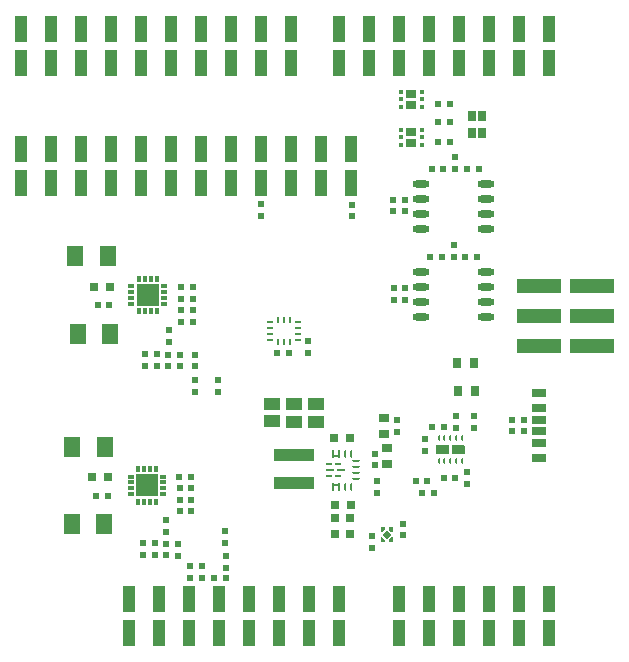
<source format=gtp>
G04*
G04 #@! TF.GenerationSoftware,Altium Limited,Altium Designer,22.6.1 (34)*
G04*
G04 Layer_Color=8421504*
%FSLAX24Y24*%
%MOIN*%
G70*
G04*
G04 #@! TF.SameCoordinates,96953D4B-66F2-4494-BDAD-B8F046598AF4*
G04*
G04*
G04 #@! TF.FilePolarity,Positive*
G04*
G01*
G75*
G04:AMPARAMS|DCode=20|XSize=28.3mil|YSize=9.8mil|CornerRadius=2.5mil|HoleSize=0mil|Usage=FLASHONLY|Rotation=180.000|XOffset=0mil|YOffset=0mil|HoleType=Round|Shape=RoundedRectangle|*
%AMROUNDEDRECTD20*
21,1,0.0283,0.0049,0,0,180.0*
21,1,0.0234,0.0098,0,0,180.0*
1,1,0.0049,-0.0117,0.0025*
1,1,0.0049,0.0117,0.0025*
1,1,0.0049,0.0117,-0.0025*
1,1,0.0049,-0.0117,-0.0025*
%
%ADD20ROUNDEDRECTD20*%
G04:AMPARAMS|DCode=21|XSize=22.6mil|YSize=9.8mil|CornerRadius=2.5mil|HoleSize=0mil|Usage=FLASHONLY|Rotation=180.000|XOffset=0mil|YOffset=0mil|HoleType=Round|Shape=RoundedRectangle|*
%AMROUNDEDRECTD21*
21,1,0.0226,0.0049,0,0,180.0*
21,1,0.0177,0.0098,0,0,180.0*
1,1,0.0049,-0.0089,0.0025*
1,1,0.0049,0.0089,0.0025*
1,1,0.0049,0.0089,-0.0025*
1,1,0.0049,-0.0089,-0.0025*
%
%ADD21ROUNDEDRECTD21*%
%ADD22R,0.0197X0.0098*%
%ADD23O,0.0571X0.0236*%
%ADD24R,0.0315X0.0295*%
%ADD25R,0.0295X0.0315*%
%ADD26R,0.0217X0.0236*%
%ADD27R,0.0236X0.0217*%
%ADD28R,0.1339X0.0386*%
%ADD29R,0.1339X0.0386*%
%ADD30R,0.0472X0.0276*%
%ADD31R,0.0472X0.0299*%
%ADD32R,0.0472X0.0315*%
%ADD33R,0.0098X0.0187*%
%ADD34R,0.0187X0.0098*%
%ADD35R,0.0728X0.0728*%
%ADD36R,0.0248X0.0118*%
%ADD37R,0.0118X0.0248*%
G04:AMPARAMS|DCode=38|XSize=9.8mil|YSize=23.6mil|CornerRadius=2.5mil|HoleSize=0mil|Usage=FLASHONLY|Rotation=180.000|XOffset=0mil|YOffset=0mil|HoleType=Round|Shape=RoundedRectangle|*
%AMROUNDEDRECTD38*
21,1,0.0098,0.0187,0,0,180.0*
21,1,0.0049,0.0236,0,0,180.0*
1,1,0.0049,-0.0025,0.0094*
1,1,0.0049,0.0025,0.0094*
1,1,0.0049,0.0025,-0.0094*
1,1,0.0049,-0.0025,-0.0094*
%
%ADD38ROUNDEDRECTD38*%
G04:AMPARAMS|DCode=39|XSize=9.8mil|YSize=23.6mil|CornerRadius=1.5mil|HoleSize=0mil|Usage=FLASHONLY|Rotation=180.000|XOffset=0mil|YOffset=0mil|HoleType=Round|Shape=RoundedRectangle|*
%AMROUNDEDRECTD39*
21,1,0.0098,0.0207,0,0,180.0*
21,1,0.0069,0.0236,0,0,180.0*
1,1,0.0030,-0.0034,0.0103*
1,1,0.0030,0.0034,0.0103*
1,1,0.0030,0.0034,-0.0103*
1,1,0.0030,-0.0034,-0.0103*
%
%ADD39ROUNDEDRECTD39*%
G04:AMPARAMS|DCode=40|XSize=9.8mil|YSize=23.6mil|CornerRadius=2.5mil|HoleSize=0mil|Usage=FLASHONLY|Rotation=270.000|XOffset=0mil|YOffset=0mil|HoleType=Round|Shape=RoundedRectangle|*
%AMROUNDEDRECTD40*
21,1,0.0098,0.0187,0,0,270.0*
21,1,0.0049,0.0236,0,0,270.0*
1,1,0.0049,-0.0094,-0.0025*
1,1,0.0049,-0.0094,0.0025*
1,1,0.0049,0.0094,0.0025*
1,1,0.0049,0.0094,-0.0025*
%
%ADD40ROUNDEDRECTD40*%
%ADD41P,0.0278X4X90.0*%
G04:AMPARAMS|DCode=42|XSize=19.7mil|YSize=9.8mil|CornerRadius=2.5mil|HoleSize=0mil|Usage=FLASHONLY|Rotation=90.000|XOffset=0mil|YOffset=0mil|HoleType=Round|Shape=RoundedRectangle|*
%AMROUNDEDRECTD42*
21,1,0.0197,0.0049,0,0,90.0*
21,1,0.0148,0.0098,0,0,90.0*
1,1,0.0049,0.0025,0.0074*
1,1,0.0049,0.0025,-0.0074*
1,1,0.0049,-0.0025,-0.0074*
1,1,0.0049,-0.0025,0.0074*
%
%ADD42ROUNDEDRECTD42*%
%ADD43R,0.0531X0.0709*%
%ADD44R,0.0335X0.0315*%
%ADD45R,0.0362X0.0280*%
%ADD46R,0.0177X0.0165*%
%ADD47R,0.1500X0.0500*%
%ADD48R,0.0402X0.0862*%
%ADD49R,0.0256X0.0335*%
%ADD50R,0.0300X0.0320*%
%ADD51R,0.0197X0.0236*%
%ADD52R,0.0236X0.0197*%
%ADD53R,0.0551X0.0433*%
G36*
X18168Y7418D02*
X18179Y7407D01*
X18185Y7392D01*
Y7385D01*
Y7148D01*
Y7141D01*
X18179Y7126D01*
X18168Y7115D01*
X18154Y7109D01*
X17752D01*
Y7424D01*
X18154D01*
X18168Y7418D01*
D02*
G37*
G36*
X17673Y7109D02*
X17272D01*
X17257Y7115D01*
X17246Y7126D01*
X17240Y7141D01*
Y7148D01*
Y7385D01*
Y7392D01*
X17246Y7407D01*
X17257Y7418D01*
X17272Y7424D01*
X17673D01*
Y7109D01*
D02*
G37*
G36*
X15783Y4518D02*
X15744D01*
X15665Y4597D01*
Y4688D01*
X15783D01*
Y4518D01*
D02*
G37*
G36*
X15528Y4597D02*
X15449Y4518D01*
X15409D01*
Y4688D01*
X15528D01*
Y4597D01*
D02*
G37*
G36*
X15783Y4176D02*
X15665D01*
Y4267D01*
X15744Y4345D01*
X15783D01*
Y4176D01*
D02*
G37*
G36*
X15528Y4267D02*
Y4176D01*
X15409D01*
X15409Y4385D01*
X15528Y4267D01*
D02*
G37*
D20*
X14055Y6578D02*
D03*
X13693D02*
D03*
D21*
X13957Y6381D02*
D03*
X13652D02*
D03*
X13957Y6774D02*
D03*
X13652D02*
D03*
D22*
X13904Y7060D02*
D03*
X13904Y6095D02*
D03*
D23*
X16748Y16117D02*
D03*
Y15617D02*
D03*
Y15117D02*
D03*
Y14617D02*
D03*
X18894Y16117D02*
D03*
Y15617D02*
D03*
Y15117D02*
D03*
Y14617D02*
D03*
X16748Y13187D02*
D03*
Y12687D02*
D03*
Y12187D02*
D03*
Y11687D02*
D03*
X18894Y13187D02*
D03*
Y12687D02*
D03*
Y12187D02*
D03*
Y11687D02*
D03*
D24*
X14352Y5000D02*
D03*
Y4469D02*
D03*
X13860Y5000D02*
D03*
Y4469D02*
D03*
D25*
Y5423D02*
D03*
X14392D02*
D03*
X5823Y12680D02*
D03*
X6354D02*
D03*
X5774Y6351D02*
D03*
X6305D02*
D03*
X14360Y7657D02*
D03*
X13829D02*
D03*
D26*
X11413Y15052D02*
D03*
Y15446D02*
D03*
X14425Y15042D02*
D03*
Y15436D02*
D03*
X15813Y15603D02*
D03*
Y15209D02*
D03*
X17880Y17020D02*
D03*
Y16627D02*
D03*
X15833Y12660D02*
D03*
Y12267D02*
D03*
X17831Y14097D02*
D03*
Y13704D02*
D03*
X8697Y10436D02*
D03*
Y10042D02*
D03*
X8323Y11243D02*
D03*
Y10849D02*
D03*
X9199Y10436D02*
D03*
Y10042D02*
D03*
X7929Y10446D02*
D03*
Y10052D02*
D03*
X10222Y3733D02*
D03*
Y3339D02*
D03*
X9189Y9589D02*
D03*
Y9196D02*
D03*
X9976Y9580D02*
D03*
Y9186D02*
D03*
X8618Y4127D02*
D03*
Y3733D02*
D03*
X8244Y4924D02*
D03*
Y4530D02*
D03*
X9435Y3398D02*
D03*
Y3005D02*
D03*
X7860Y4146D02*
D03*
Y3753D02*
D03*
X9041Y3005D02*
D03*
Y3398D02*
D03*
X10213Y4540D02*
D03*
Y4146D02*
D03*
X15252Y6233D02*
D03*
Y5839D02*
D03*
X15921Y8241D02*
D03*
Y7847D02*
D03*
X16866Y7631D02*
D03*
Y7237D02*
D03*
X17890Y7985D02*
D03*
Y8379D02*
D03*
D27*
X16945Y6233D02*
D03*
X16551D02*
D03*
X18667Y16627D02*
D03*
X18274D02*
D03*
X17476Y16617D02*
D03*
X17083D02*
D03*
X18608Y13704D02*
D03*
X18215D02*
D03*
X17437D02*
D03*
X17043D02*
D03*
X17294Y18182D02*
D03*
X17687D02*
D03*
X17294Y17532D02*
D03*
X17687D02*
D03*
X17294Y18782D02*
D03*
X17687D02*
D03*
X9130Y11538D02*
D03*
X8736D02*
D03*
X9140Y12680D02*
D03*
X8746D02*
D03*
X9829Y2975D02*
D03*
X10222D02*
D03*
X9081Y5219D02*
D03*
X8687D02*
D03*
X9071Y6361D02*
D03*
X8677D02*
D03*
X20154Y7877D02*
D03*
X19760D02*
D03*
X20154Y8270D02*
D03*
X19760D02*
D03*
X17486Y6331D02*
D03*
X17880D02*
D03*
X17112Y8024D02*
D03*
X17506D02*
D03*
X16758Y5810D02*
D03*
X17152D02*
D03*
D28*
X12496Y7083D02*
D03*
D29*
Y6150D02*
D03*
D30*
X20669Y7877D02*
D03*
Y8270D02*
D03*
D31*
Y7475D02*
D03*
Y8672D02*
D03*
D32*
Y9156D02*
D03*
Y6991D02*
D03*
D33*
X11965Y11582D02*
D03*
X12161D02*
D03*
X12358D02*
D03*
Y10864D02*
D03*
X12161D02*
D03*
X11965D02*
D03*
D34*
X12619Y11518D02*
D03*
Y11322D02*
D03*
Y11125D02*
D03*
Y10928D02*
D03*
X11704D02*
D03*
Y11125D02*
D03*
Y11322D02*
D03*
Y11518D02*
D03*
D35*
X7624Y12424D02*
D03*
X7598Y6076D02*
D03*
D36*
X7079Y12129D02*
D03*
Y12326D02*
D03*
Y12522D02*
D03*
Y12719D02*
D03*
X8169Y12129D02*
D03*
Y12326D02*
D03*
Y12522D02*
D03*
Y12719D02*
D03*
X7053Y5780D02*
D03*
Y5977D02*
D03*
Y6174D02*
D03*
Y6371D02*
D03*
X8144Y5780D02*
D03*
Y5977D02*
D03*
Y6174D02*
D03*
Y6371D02*
D03*
D37*
X7329Y12969D02*
D03*
X7526D02*
D03*
X7722D02*
D03*
X7919D02*
D03*
X7329Y11879D02*
D03*
X7526D02*
D03*
X7722D02*
D03*
X7919D02*
D03*
X7303Y6621D02*
D03*
X7500D02*
D03*
X7697D02*
D03*
X7894D02*
D03*
X7303Y5530D02*
D03*
X7500D02*
D03*
X7697D02*
D03*
X7894D02*
D03*
D38*
X14396Y6026D02*
D03*
X14199D02*
D03*
Y7129D02*
D03*
X14396D02*
D03*
D39*
X14002Y6026D02*
D03*
X13805D02*
D03*
Y7129D02*
D03*
X14002D02*
D03*
D40*
X14563Y6873D02*
D03*
Y6676D02*
D03*
Y6479D02*
D03*
Y6282D02*
D03*
D41*
X15596Y4432D02*
D03*
D42*
X18106Y7641D02*
D03*
X17909D02*
D03*
X17713D02*
D03*
X17516D02*
D03*
X17319D02*
D03*
X18106Y6893D02*
D03*
X17909D02*
D03*
X17713D02*
D03*
X17516D02*
D03*
X17319D02*
D03*
D43*
X5291Y11115D02*
D03*
X6374D02*
D03*
X5203Y13713D02*
D03*
X6285D02*
D03*
X5085Y4776D02*
D03*
X6167D02*
D03*
X5114Y7355D02*
D03*
X6197D02*
D03*
D44*
X15596Y6774D02*
D03*
Y7326D02*
D03*
X15488Y7778D02*
D03*
Y8330D02*
D03*
D45*
X16415Y18763D02*
D03*
Y19137D02*
D03*
X16408Y17488D02*
D03*
Y17862D02*
D03*
D46*
X16772Y19206D02*
D03*
Y18950D02*
D03*
Y18694D02*
D03*
X16059D02*
D03*
Y18950D02*
D03*
Y19206D02*
D03*
X16764Y17931D02*
D03*
Y17675D02*
D03*
Y17419D02*
D03*
X16051D02*
D03*
Y17675D02*
D03*
Y17931D02*
D03*
D47*
X20675Y12723D02*
D03*
X22425D02*
D03*
X20675Y11723D02*
D03*
X22425D02*
D03*
X20675Y10723D02*
D03*
X22425D02*
D03*
D48*
X3400Y20146D02*
D03*
X9400D02*
D03*
X3400Y21300D02*
D03*
X9400D02*
D03*
X4400Y20146D02*
D03*
X5400Y20146D02*
D03*
X7400D02*
D03*
X8400D02*
D03*
X11400D02*
D03*
X12400D02*
D03*
X4400Y21300D02*
D03*
X5400D02*
D03*
X7400D02*
D03*
X8400D02*
D03*
X11400D02*
D03*
X12400D02*
D03*
X6400Y20146D02*
D03*
X10400Y20146D02*
D03*
X6400Y21300D02*
D03*
X10400D02*
D03*
X18000Y20146D02*
D03*
Y21300D02*
D03*
X14000Y20146D02*
D03*
X17000D02*
D03*
X16000Y20146D02*
D03*
X21000Y20146D02*
D03*
X20000D02*
D03*
X14000Y21300D02*
D03*
X17000D02*
D03*
X16000D02*
D03*
X21000D02*
D03*
X20000D02*
D03*
X15000Y20146D02*
D03*
X19000D02*
D03*
X15000Y21300D02*
D03*
X19000D02*
D03*
X19000Y2300D02*
D03*
X19000Y1146D02*
D03*
X21000Y2300D02*
D03*
X20000D02*
D03*
X17000D02*
D03*
X16000D02*
D03*
X21000Y1146D02*
D03*
X20000D02*
D03*
X17000D02*
D03*
X16000D02*
D03*
X18000Y2300D02*
D03*
Y1146D02*
D03*
X10000Y2300D02*
D03*
Y1146D02*
D03*
X14000Y2300D02*
D03*
X11000D02*
D03*
X12000Y2300D02*
D03*
X7000Y2300D02*
D03*
X8000D02*
D03*
X14000Y1146D02*
D03*
X11000D02*
D03*
X12000D02*
D03*
X7000D02*
D03*
X8000D02*
D03*
X13000Y2300D02*
D03*
X9000D02*
D03*
X13000Y1146D02*
D03*
X9000D02*
D03*
X11404Y17300D02*
D03*
Y16146D02*
D03*
X12404Y17300D02*
D03*
Y16146D02*
D03*
X3404D02*
D03*
Y17300D02*
D03*
X7404D02*
D03*
Y16146D02*
D03*
X8404Y17300D02*
D03*
Y16146D02*
D03*
X6404Y17300D02*
D03*
Y16146D02*
D03*
X5404Y17300D02*
D03*
Y16146D02*
D03*
X4404D02*
D03*
Y17300D02*
D03*
X10404Y16146D02*
D03*
Y17300D02*
D03*
X9404Y16146D02*
D03*
Y17300D02*
D03*
X13404Y16146D02*
D03*
Y17300D02*
D03*
X14404Y16146D02*
D03*
Y17300D02*
D03*
D49*
X18776Y18398D02*
D03*
Y17828D02*
D03*
X18441D02*
D03*
Y18398D02*
D03*
D50*
X17968Y9215D02*
D03*
X18519D02*
D03*
X17940Y10170D02*
D03*
X18490D02*
D03*
D51*
X16197Y15209D02*
D03*
Y15603D02*
D03*
X16207Y12267D02*
D03*
Y12660D02*
D03*
X12978Y10505D02*
D03*
Y10898D02*
D03*
X8313Y10042D02*
D03*
Y10436D02*
D03*
X7545Y10052D02*
D03*
Y10446D02*
D03*
X8244Y3743D02*
D03*
Y4137D02*
D03*
X7476Y3753D02*
D03*
Y4146D02*
D03*
X15203Y7139D02*
D03*
Y6745D02*
D03*
X15098Y4380D02*
D03*
Y3986D02*
D03*
X16138Y4412D02*
D03*
Y4806D02*
D03*
X18274Y6125D02*
D03*
Y6518D02*
D03*
X18490Y8389D02*
D03*
Y7995D02*
D03*
D52*
X12329Y10475D02*
D03*
X11935D02*
D03*
X9140Y11922D02*
D03*
X8746D02*
D03*
X9140Y12306D02*
D03*
X8746D02*
D03*
X5951Y12099D02*
D03*
X6344D02*
D03*
X9081Y5603D02*
D03*
X8687D02*
D03*
X9081Y5977D02*
D03*
X8687D02*
D03*
X5892Y5731D02*
D03*
X6285D02*
D03*
D53*
X11768Y8211D02*
D03*
Y8802D02*
D03*
X12506Y8202D02*
D03*
Y8792D02*
D03*
X13224Y8202D02*
D03*
Y8792D02*
D03*
M02*

</source>
